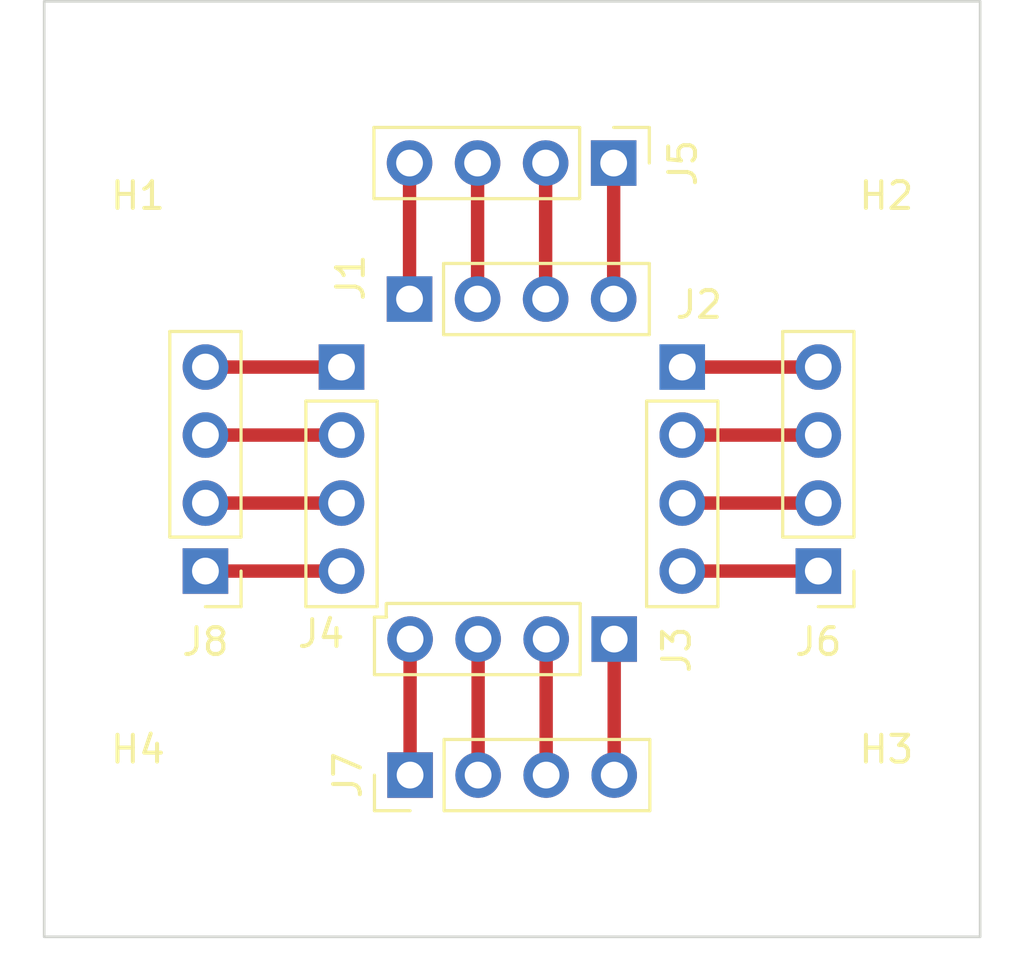
<source format=kicad_pcb>
(kicad_pcb (version 20211014) (generator pcbnew)
  (layers (0 "F.Cu" signal) (31 "B.Cu" signal) (34 "B.Paste" user) (35 "F.Paste" user) (36 "B.SilkS" user "B.Silkscreen") (37 "F.SilkS" user "F.Silkscreen") (38 "B.Mask" user) (39 "F.Mask" user) (44 "Edge.Cuts" user))
  (net 0 "")
  (net 1 "Net-(J5-Pad4)")
  (net 2 "Net-(J5-Pad3)")
  (net 3 "Net-(J5-Pad2)")
  (net 4 "Net-(J5-Pad1)")
  (net 5 "Net-(J2-Pad1)")
  (net 6 "Net-(J2-Pad2)")
  (net 7 "Net-(J2-Pad3)")
  (net 8 "Net-(J2-Pad4)")
  (net 9 "Net-(J3-Pad1)")
  (net 10 "Net-(J3-Pad2)")
  (net 11 "Net-(J3-Pad3)")
  (net 12 "Net-(J3-Pad4)")
  (net 13 "Net-(J4-Pad1)")
  (net 14 "Net-(J4-Pad2)")
  (net 15 "Net-(J4-Pad3)")
  (net 16 "Net-(J4-Pad4)")
  (footprint "Connector_PinHeader_2.54mm:PinHeader_1x04_P2.54mm_Vertical" (layer "F.Cu") (at 157.46 62.54)
    (fp_text reference "J4" (at -0.76 9.96) (layer "F.SilkS"))
    (fp_text value "Conn_01x04")
    (fp_line (start -1.33 8.95) (end 1.33 8.95) (layer "F.SilkS") (width 0.12))
    (fp_line (start 1.33 1.27) (end 1.33 8.95) (layer "F.SilkS") (width 0.12))
    (fp_line (start -1.33 1.27) (end -1.33 8.95) (layer "F.SilkS") (width 0.12))
    (fp_line (start -1.33 1.27) (end 1.33 1.27) (layer "F.SilkS") (width 0.12))
    (pad "1" thru_hole rect (at 0 0) (size 1.7 1.7) (drill 1) (layers *.Cu *.Mask) (net 13 "Net-(J4-Pad1)"))
    (pad "2" thru_hole oval (at 0 2.54) (size 1.7 1.7) (drill 1) (layers *.Cu *.Mask) (net 14 "Net-(J4-Pad2)"))
    (pad "3" thru_hole oval (at 0 5.08) (size 1.7 1.7) (drill 1) (layers *.Cu *.Mask) (net 15 "Net-(J4-Pad3)"))
    (pad "4" thru_hole oval (at 0 7.62) (size 1.7 1.7) (drill 1) (layers *.Cu *.Mask) (net 16 "Net-(J4-Pad4)"))
  )
  (footprint "MountingHole:MountingHole_2.5mm" (layer "F.Cu") (at 177.8 52.38)
    (fp_text reference "H2" (at 0 3.76) (layer "F.SilkS"))
    (fp_text value "MountingHole")
    (pad "" np_thru_hole circle (at 0 0) (size 2.5 2.5) (drill 2.5) (layers *.Cu *.Mask))
  )
  (footprint "Connector_PinHeader_2.54mm:PinHeader_1x04_P2.54mm_Vertical" (layer "F.Cu") (at 167.62 54.92 -90)
    (fp_text reference "J5" (at 0 -2.58 90) (layer "F.SilkS"))
    (fp_text value "Conn_01x04")
    (fp_line (start -1.33 1.27) (end 1.33 1.27) (layer "F.SilkS") (width 0.12))
    (fp_line (start 1.33 1.27) (end 1.33 8.95) (layer "F.SilkS") (width 0.12))
    (fp_line (start -1.33 -1.33) (end 0 -1.33) (layer "F.SilkS") (width 0.12))
    (fp_line (start -1.33 8.95) (end 1.33 8.95) (layer "F.SilkS") (width 0.12))
    (fp_line (start -1.33 0) (end -1.33 -1.33) (layer "F.SilkS") (width 0.12))
    (fp_line (start -1.33 1.27) (end -1.33 8.95) (layer "F.SilkS") (width 0.12))
    (pad "1" thru_hole rect (at 0 0 270) (size 1.7 1.7) (drill 1) (layers *.Cu *.Mask) (net 4 "Net-(J5-Pad1)"))
    (pad "2" thru_hole oval (at 0 2.54 270) (size 1.7 1.7) (drill 1) (layers *.Cu *.Mask) (net 3 "Net-(J5-Pad2)"))
    (pad "3" thru_hole oval (at 0 5.08 270) (size 1.7 1.7) (drill 1) (layers *.Cu *.Mask) (net 2 "Net-(J5-Pad3)"))
    (pad "4" thru_hole oval (at 0 7.62 270) (size 1.7 1.7) (drill 1) (layers *.Cu *.Mask) (net 1 "Net-(J5-Pad4)"))
  )
  (footprint "Connector_PinHeader_2.54mm:PinHeader_1x04_P2.54mm_Vertical" (layer "F.Cu") (at 160 60 90)
    (fp_text reference "J1" (at 0.8 -2.2 90) (layer "F.SilkS"))
    (fp_text value "Conn_01x04")
    (fp_line (start -1.33 1.27) (end -1.33 8.95) (layer "F.SilkS") (width 0.12))
    (fp_line (start 1.33 1.27) (end 1.33 8.95) (layer "F.SilkS") (width 0.12))
    (fp_line (start -1.33 1.27) (end 1.33 1.27) (layer "F.SilkS") (width 0.12))
    (fp_line (start -1.33 8.95) (end 1.33 8.95) (layer "F.SilkS") (width 0.12))
    (pad "1" thru_hole rect (at 0 0 90) (size 1.7 1.7) (drill 1) (layers *.Cu *.Mask) (net 1 "Net-(J5-Pad4)"))
    (pad "2" thru_hole oval (at 0 2.54 90) (size 1.7 1.7) (drill 1) (layers *.Cu *.Mask) (net 2 "Net-(J5-Pad3)"))
    (pad "3" thru_hole oval (at 0 5.08 90) (size 1.7 1.7) (drill 1) (layers *.Cu *.Mask) (net 3 "Net-(J5-Pad2)"))
    (pad "4" thru_hole oval (at 0 7.62 90) (size 1.7 1.7) (drill 1) (layers *.Cu *.Mask) (net 4 "Net-(J5-Pad1)"))
  )
  (footprint "Connector_PinHeader_2.54mm:PinHeader_1x04_P2.54mm_Vertical" (layer "F.Cu") (at 160.02 77.78 90)
    (fp_text reference "J7" (at 0 -2.33 90) (layer "F.SilkS"))
    (fp_text value "Conn_01x04")
    (fp_line (start -1.33 0) (end -1.33 -1.33) (layer "F.SilkS") (width 0.12))
    (fp_line (start -1.33 -1.33) (end 0 -1.33) (layer "F.SilkS") (width 0.12))
    (fp_line (start -1.33 1.27) (end 1.33 1.27) (layer "F.SilkS") (width 0.12))
    (fp_line (start -1.33 8.95) (end 1.33 8.95) (layer "F.SilkS") (width 0.12))
    (fp_line (start 1.33 1.27) (end 1.33 8.95) (layer "F.SilkS") (width 0.12))
    (fp_line (start -1.33 1.27) (end -1.33 8.95) (layer "F.SilkS") (width 0.12))
    (pad "1" thru_hole rect (at 0 0 90) (size 1.7 1.7) (drill 1) (layers *.Cu *.Mask) (net 12 "Net-(J3-Pad4)"))
    (pad "2" thru_hole oval (at 0 2.54 90) (size 1.7 1.7) (drill 1) (layers *.Cu *.Mask) (net 11 "Net-(J3-Pad3)"))
    (pad "3" thru_hole oval (at 0 5.08 90) (size 1.7 1.7) (drill 1) (layers *.Cu *.Mask) (net 10 "Net-(J3-Pad2)"))
    (pad "4" thru_hole oval (at 0 7.62 90) (size 1.7 1.7) (drill 1) (layers *.Cu *.Mask) (net 9 "Net-(J3-Pad1)"))
  )
  (footprint "MountingHole:MountingHole_2.5mm" (layer "F.Cu") (at 177.8 80.32)
    (fp_text reference "H3" (at 0 -3.5) (layer "F.SilkS"))
    (fp_text value "MountingHole")
    (pad "" np_thru_hole circle (at 0 0) (size 2.5 2.5) (drill 2.5) (layers *.Cu *.Mask))
  )
  (footprint "Connector_PinHeader_2.54mm:PinHeader_1x04_P2.54mm_Vertical" (layer "F.Cu") (at 175.26 70.16 180)
    (fp_text reference "J6" (at 0 -2.64) (layer "F.SilkS"))
    (fp_text value "Conn_01x04")
    (fp_line (start -1.33 -1.33) (end 0 -1.33) (layer "F.SilkS") (width 0.12))
    (fp_line (start -1.33 1.27) (end 1.33 1.27) (layer "F.SilkS") (width 0.12))
    (fp_line (start -1.33 1.27) (end -1.33 8.95) (layer "F.SilkS") (width 0.12))
    (fp_line (start -1.33 8.95) (end 1.33 8.95) (layer "F.SilkS") (width 0.12))
    (fp_line (start 1.33 1.27) (end 1.33 8.95) (layer "F.SilkS") (width 0.12))
    (fp_line (start -1.33 0) (end -1.33 -1.33) (layer "F.SilkS") (width 0.12))
    (pad "1" thru_hole rect (at 0 0 180) (size 1.7 1.7) (drill 1) (layers *.Cu *.Mask) (net 8 "Net-(J2-Pad4)"))
    (pad "2" thru_hole oval (at 0 2.54 180) (size 1.7 1.7) (drill 1) (layers *.Cu *.Mask) (net 7 "Net-(J2-Pad3)"))
    (pad "3" thru_hole oval (at 0 5.08 180) (size 1.7 1.7) (drill 1) (layers *.Cu *.Mask) (net 6 "Net-(J2-Pad2)"))
    (pad "4" thru_hole oval (at 0 7.62 180) (size 1.7 1.7) (drill 1) (layers *.Cu *.Mask) (net 5 "Net-(J2-Pad1)"))
  )
  (footprint "Connector_PinHeader_2.54mm:PinHeader_1x04_P2.54mm_Vertical" (layer "F.Cu") (at 167.64 72.7 -90)
    (fp_text reference "J3" (at 0.4 -2.33 90) (layer "F.SilkS"))
    (fp_text value "Conn_01x04")
    (fp_line (start -0.82 8.95) (end -0.82 8.5) (layer "F.SilkS") (width 0.12))
    (fp_line (start 1.33 1.27) (end 1.33 8.95) (layer "F.SilkS") (width 0.12))
    (fp_line (start -1.33 1.27) (end 1.33 1.27) (layer "F.SilkS") (width 0.12))
    (fp_line (start 1.33 8.95) (end -0.82 8.95) (layer "F.SilkS") (width 0.12))
    (fp_line (start -1.33 8.5) (end -1.33 1.27) (layer "F.SilkS") (width 0.12))
    (fp_line (start -0.82 8.51) (end -1.32 8.51) (layer "F.SilkS") (width 0.12))
    (pad "1" thru_hole rect (at 0 0 270) (size 1.7 1.7) (drill 1) (layers *.Cu *.Mask) (net 9 "Net-(J3-Pad1)"))
    (pad "2" thru_hole oval (at 0 2.54 270) (size 1.7 1.7) (drill 1) (layers *.Cu *.Mask) (net 10 "Net-(J3-Pad2)"))
    (pad "3" thru_hole oval (at 0 5.08 270) (size 1.7 1.7) (drill 1) (layers *.Cu *.Mask) (net 11 "Net-(J3-Pad3)"))
    (pad "4" thru_hole oval (at 0 7.62 270) (size 1.7 1.7) (drill 1) (layers *.Cu *.Mask) (net 12 "Net-(J3-Pad4)"))
  )
  (footprint "MountingHole:MountingHole_2.5mm" (layer "F.Cu") (at 149.86 80.32)
    (fp_text reference "H4" (at 0 -3.5) (layer "F.SilkS"))
    (fp_text value "MountingHole")
    (pad "" np_thru_hole circle (at 0 0) (size 2.5 2.5) (drill 2.5) (layers *.Cu *.Mask))
  )
  (footprint "Connector_PinHeader_2.54mm:PinHeader_1x04_P2.54mm_Vertical" (layer "F.Cu") (at 170.18 62.54)
    (fp_text reference "J2" (at 0.62 -2.33) (layer "F.SilkS"))
    (fp_text value "Conn_01x04")
    (fp_line (start -1.33 1.27) (end -1.33 8.95) (layer "F.SilkS") (width 0.12))
    (fp_line (start 1.33 1.27) (end 1.33 8.95) (layer "F.SilkS") (width 0.12))
    (fp_line (start -1.33 8.95) (end 1.33 8.95) (layer "F.SilkS") (width 0.12))
    (fp_line (start -1.33 1.27) (end 1.33 1.27) (layer "F.SilkS") (width 0.12))
    (pad "1" thru_hole rect (at 0 0) (size 1.7 1.7) (drill 1) (layers *.Cu *.Mask) (net 5 "Net-(J2-Pad1)"))
    (pad "2" thru_hole oval (at 0 2.54) (size 1.7 1.7) (drill 1) (layers *.Cu *.Mask) (net 6 "Net-(J2-Pad2)"))
    (pad "3" thru_hole oval (at 0 5.08) (size 1.7 1.7) (drill 1) (layers *.Cu *.Mask) (net 7 "Net-(J2-Pad3)"))
    (pad "4" thru_hole oval (at 0 7.62) (size 1.7 1.7) (drill 1) (layers *.Cu *.Mask) (net 8 "Net-(J2-Pad4)"))
  )
  (footprint "Connector_PinHeader_2.54mm:PinHeader_1x04_P2.54mm_Vertical" (layer "F.Cu") (at 152.38 70.16 180)
    (fp_text reference "J8" (at 0 -2.64) (layer "F.SilkS"))
    (fp_text value "Conn_01x04")
    (fp_line (start -1.33 1.27) (end -1.33 8.95) (layer "F.SilkS") (width 0.12))
    (fp_line (start -1.33 -1.33) (end 0 -1.33) (layer "F.SilkS") (width 0.12))
    (fp_line (start -1.33 0) (end -1.33 -1.33) (layer "F.SilkS") (width 0.12))
    (fp_line (start -1.33 1.27) (end 1.33 1.27) (layer "F.SilkS") (width 0.12))
    (fp_line (start -1.33 8.95) (end 1.33 8.95) (layer "F.SilkS") (width 0.12))
    (fp_line (start 1.33 1.27) (end 1.33 8.95) (layer "F.SilkS") (width 0.12))
    (pad "1" thru_hole rect (at 0 0 180) (size 1.7 1.7) (drill 1) (layers *.Cu *.Mask) (net 16 "Net-(J4-Pad4)"))
    (pad "2" thru_hole oval (at 0 2.54 180) (size 1.7 1.7) (drill 1) (layers *.Cu *.Mask) (net 15 "Net-(J4-Pad3)"))
    (pad "3" thru_hole oval (at 0 5.08 180) (size 1.7 1.7) (drill 1) (layers *.Cu *.Mask) (net 14 "Net-(J4-Pad2)"))
    (pad "4" thru_hole oval (at 0 7.62 180) (size 1.7 1.7) (drill 1) (layers *.Cu *.Mask) (net 13 "Net-(J4-Pad1)"))
  )
  (footprint "MountingHole:MountingHole_2.5mm" (layer "F.Cu") (at 149.86 52.38)
    (fp_text reference "H1" (at 0 3.76) (layer "F.SilkS"))
    (fp_text value "MountingHole")
    (pad "" np_thru_hole circle (at 0 0) (size 2.5 2.5) (drill 2.5) (layers *.Cu *.Mask))
  )
  (gr_rect (start 146.36 48.88) (end 181.3 83.82) (layer "Edge.Cuts") (width 0.1) (fill none))
  (segment (start 160 60) (end 160 54.92) (width 0.5) (layer "F.Cu") (net 1))
  (segment (start 162.54 60) (end 162.54 54.92) (width 0.5) (layer "F.Cu") (net 2))
  (segment (start 165.08 60) (end 165.08 54.92) (width 0.5) (layer "F.Cu") (net 3))
  (segment (start 167.62 60) (end 167.62 54.92) (width 0.5) (layer "F.Cu") (net 4))
  (segment (start 170.18 62.54) (end 175.26 62.54) (width 0.5) (layer "F.Cu") (net 5))
  (segment (start 170.18 65.08) (end 175.26 65.08) (width 0.5) (layer "F.Cu") (net 6))
  (segment (start 170.18 67.62) (end 175.26 67.62) (width 0.5) (layer "F.Cu") (net 7))
  (segment (start 170.18 70.16) (end 175.26 70.16) (width 0.5) (layer "F.Cu") (net 8))
  (segment (start 167.64 72.7) (end 167.64 77.78) (width 0.5) (layer "F.Cu") (net 9))
  (segment (start 165.1 72.7) (end 165.1 77.78) (width 0.5) (layer "F.Cu") (net 10))
  (segment (start 162.56 72.7) (end 162.56 77.78) (width 0.5) (layer "F.Cu") (net 11))
  (segment (start 160.02 72.7) (end 160.02 77.78) (width 0.5) (layer "F.Cu") (net 12))
  (segment (start 157.46 62.54) (end 152.38 62.54) (width 0.5) (layer "F.Cu") (net 13))
  (segment (start 157.46 65.08) (end 152.38 65.08) (width 0.5) (layer "F.Cu") (net 14))
  (segment (start 157.46 67.62) (end 152.38 67.62) (width 0.5) (layer "F.Cu") (net 15))
  (segment (start 157.46 70.16) (end 152.38 70.16) (width 0.5) (layer "F.Cu") (net 16))
)
</source>
